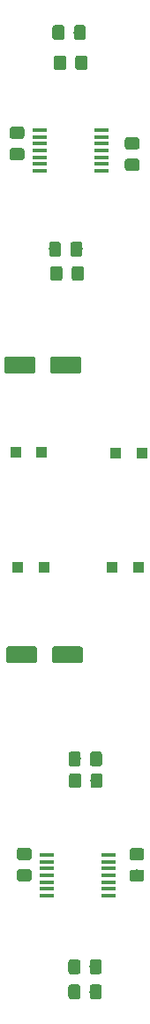
<source format=gbr>
G04 #@! TF.GenerationSoftware,KiCad,Pcbnew,(5.1.2-1)-1*
G04 #@! TF.CreationDate,2020-08-10T22:20:09-07:00*
G04 #@! TF.ProjectId,active_dual_mult,61637469-7665-45f6-9475-616c5f6d756c,rev?*
G04 #@! TF.SameCoordinates,Original*
G04 #@! TF.FileFunction,Paste,Top*
G04 #@! TF.FilePolarity,Positive*
%FSLAX46Y46*%
G04 Gerber Fmt 4.6, Leading zero omitted, Abs format (unit mm)*
G04 Created by KiCad (PCBNEW (5.1.2-1)-1) date 2020-08-10 22:20:09*
%MOMM*%
%LPD*%
G04 APERTURE LIST*
%ADD10C,0.100000*%
%ADD11C,1.150000*%
%ADD12R,1.000000X1.000000*%
%ADD13C,1.600000*%
%ADD14R,1.450000X0.450000*%
G04 APERTURE END LIST*
D10*
G36*
X160538305Y-101485404D02*
G01*
X160562573Y-101489004D01*
X160586372Y-101494965D01*
X160609471Y-101503230D01*
X160631650Y-101513720D01*
X160652693Y-101526332D01*
X160672399Y-101540947D01*
X160690577Y-101557423D01*
X160707053Y-101575601D01*
X160721668Y-101595307D01*
X160734280Y-101616350D01*
X160744770Y-101638529D01*
X160753035Y-101661628D01*
X160758996Y-101685427D01*
X160762596Y-101709695D01*
X160763800Y-101734199D01*
X160763800Y-102634201D01*
X160762596Y-102658705D01*
X160758996Y-102682973D01*
X160753035Y-102706772D01*
X160744770Y-102729871D01*
X160734280Y-102752050D01*
X160721668Y-102773093D01*
X160707053Y-102792799D01*
X160690577Y-102810977D01*
X160672399Y-102827453D01*
X160652693Y-102842068D01*
X160631650Y-102854680D01*
X160609471Y-102865170D01*
X160586372Y-102873435D01*
X160562573Y-102879396D01*
X160538305Y-102882996D01*
X160513801Y-102884200D01*
X159863799Y-102884200D01*
X159839295Y-102882996D01*
X159815027Y-102879396D01*
X159791228Y-102873435D01*
X159768129Y-102865170D01*
X159745950Y-102854680D01*
X159724907Y-102842068D01*
X159705201Y-102827453D01*
X159687023Y-102810977D01*
X159670547Y-102792799D01*
X159655932Y-102773093D01*
X159643320Y-102752050D01*
X159632830Y-102729871D01*
X159624565Y-102706772D01*
X159618604Y-102682973D01*
X159615004Y-102658705D01*
X159613800Y-102634201D01*
X159613800Y-101734199D01*
X159615004Y-101709695D01*
X159618604Y-101685427D01*
X159624565Y-101661628D01*
X159632830Y-101638529D01*
X159643320Y-101616350D01*
X159655932Y-101595307D01*
X159670547Y-101575601D01*
X159687023Y-101557423D01*
X159705201Y-101540947D01*
X159724907Y-101526332D01*
X159745950Y-101513720D01*
X159768129Y-101503230D01*
X159791228Y-101494965D01*
X159815027Y-101489004D01*
X159839295Y-101485404D01*
X159863799Y-101484200D01*
X160513801Y-101484200D01*
X160538305Y-101485404D01*
X160538305Y-101485404D01*
G37*
D11*
X160188800Y-102184200D03*
D10*
G36*
X162588305Y-101485404D02*
G01*
X162612573Y-101489004D01*
X162636372Y-101494965D01*
X162659471Y-101503230D01*
X162681650Y-101513720D01*
X162702693Y-101526332D01*
X162722399Y-101540947D01*
X162740577Y-101557423D01*
X162757053Y-101575601D01*
X162771668Y-101595307D01*
X162784280Y-101616350D01*
X162794770Y-101638529D01*
X162803035Y-101661628D01*
X162808996Y-101685427D01*
X162812596Y-101709695D01*
X162813800Y-101734199D01*
X162813800Y-102634201D01*
X162812596Y-102658705D01*
X162808996Y-102682973D01*
X162803035Y-102706772D01*
X162794770Y-102729871D01*
X162784280Y-102752050D01*
X162771668Y-102773093D01*
X162757053Y-102792799D01*
X162740577Y-102810977D01*
X162722399Y-102827453D01*
X162702693Y-102842068D01*
X162681650Y-102854680D01*
X162659471Y-102865170D01*
X162636372Y-102873435D01*
X162612573Y-102879396D01*
X162588305Y-102882996D01*
X162563801Y-102884200D01*
X161913799Y-102884200D01*
X161889295Y-102882996D01*
X161865027Y-102879396D01*
X161841228Y-102873435D01*
X161818129Y-102865170D01*
X161795950Y-102854680D01*
X161774907Y-102842068D01*
X161755201Y-102827453D01*
X161737023Y-102810977D01*
X161720547Y-102792799D01*
X161705932Y-102773093D01*
X161693320Y-102752050D01*
X161682830Y-102729871D01*
X161674565Y-102706772D01*
X161668604Y-102682973D01*
X161665004Y-102658705D01*
X161663800Y-102634201D01*
X161663800Y-101734199D01*
X161665004Y-101709695D01*
X161668604Y-101685427D01*
X161674565Y-101661628D01*
X161682830Y-101638529D01*
X161693320Y-101616350D01*
X161705932Y-101595307D01*
X161720547Y-101575601D01*
X161737023Y-101557423D01*
X161755201Y-101540947D01*
X161774907Y-101526332D01*
X161795950Y-101513720D01*
X161818129Y-101503230D01*
X161841228Y-101494965D01*
X161865027Y-101489004D01*
X161889295Y-101485404D01*
X161913799Y-101484200D01*
X162563801Y-101484200D01*
X162588305Y-101485404D01*
X162588305Y-101485404D01*
G37*
D11*
X162238800Y-102184200D03*
D12*
X154680600Y-81788000D03*
X157180600Y-81788000D03*
D10*
G36*
X155084305Y-41675404D02*
G01*
X155108573Y-41679004D01*
X155132372Y-41684965D01*
X155155471Y-41693230D01*
X155177650Y-41703720D01*
X155198693Y-41716332D01*
X155218399Y-41730947D01*
X155236577Y-41747423D01*
X155253053Y-41765601D01*
X155267668Y-41785307D01*
X155280280Y-41806350D01*
X155290770Y-41828529D01*
X155299035Y-41851628D01*
X155304996Y-41875427D01*
X155308596Y-41899695D01*
X155309800Y-41924199D01*
X155309800Y-42574201D01*
X155308596Y-42598705D01*
X155304996Y-42622973D01*
X155299035Y-42646772D01*
X155290770Y-42669871D01*
X155280280Y-42692050D01*
X155267668Y-42713093D01*
X155253053Y-42732799D01*
X155236577Y-42750977D01*
X155218399Y-42767453D01*
X155198693Y-42782068D01*
X155177650Y-42794680D01*
X155155471Y-42805170D01*
X155132372Y-42813435D01*
X155108573Y-42819396D01*
X155084305Y-42822996D01*
X155059801Y-42824200D01*
X154159799Y-42824200D01*
X154135295Y-42822996D01*
X154111027Y-42819396D01*
X154087228Y-42813435D01*
X154064129Y-42805170D01*
X154041950Y-42794680D01*
X154020907Y-42782068D01*
X154001201Y-42767453D01*
X153983023Y-42750977D01*
X153966547Y-42732799D01*
X153951932Y-42713093D01*
X153939320Y-42692050D01*
X153928830Y-42669871D01*
X153920565Y-42646772D01*
X153914604Y-42622973D01*
X153911004Y-42598705D01*
X153909800Y-42574201D01*
X153909800Y-41924199D01*
X153911004Y-41899695D01*
X153914604Y-41875427D01*
X153920565Y-41851628D01*
X153928830Y-41828529D01*
X153939320Y-41806350D01*
X153951932Y-41785307D01*
X153966547Y-41765601D01*
X153983023Y-41747423D01*
X154001201Y-41730947D01*
X154020907Y-41716332D01*
X154041950Y-41703720D01*
X154064129Y-41693230D01*
X154087228Y-41684965D01*
X154111027Y-41679004D01*
X154135295Y-41675404D01*
X154159799Y-41674200D01*
X155059801Y-41674200D01*
X155084305Y-41675404D01*
X155084305Y-41675404D01*
G37*
D11*
X154609800Y-42249200D03*
D10*
G36*
X155084305Y-39625404D02*
G01*
X155108573Y-39629004D01*
X155132372Y-39634965D01*
X155155471Y-39643230D01*
X155177650Y-39653720D01*
X155198693Y-39666332D01*
X155218399Y-39680947D01*
X155236577Y-39697423D01*
X155253053Y-39715601D01*
X155267668Y-39735307D01*
X155280280Y-39756350D01*
X155290770Y-39778529D01*
X155299035Y-39801628D01*
X155304996Y-39825427D01*
X155308596Y-39849695D01*
X155309800Y-39874199D01*
X155309800Y-40524201D01*
X155308596Y-40548705D01*
X155304996Y-40572973D01*
X155299035Y-40596772D01*
X155290770Y-40619871D01*
X155280280Y-40642050D01*
X155267668Y-40663093D01*
X155253053Y-40682799D01*
X155236577Y-40700977D01*
X155218399Y-40717453D01*
X155198693Y-40732068D01*
X155177650Y-40744680D01*
X155155471Y-40755170D01*
X155132372Y-40763435D01*
X155108573Y-40769396D01*
X155084305Y-40772996D01*
X155059801Y-40774200D01*
X154159799Y-40774200D01*
X154135295Y-40772996D01*
X154111027Y-40769396D01*
X154087228Y-40763435D01*
X154064129Y-40755170D01*
X154041950Y-40744680D01*
X154020907Y-40732068D01*
X154001201Y-40717453D01*
X153983023Y-40700977D01*
X153966547Y-40682799D01*
X153951932Y-40663093D01*
X153939320Y-40642050D01*
X153928830Y-40619871D01*
X153920565Y-40596772D01*
X153914604Y-40572973D01*
X153911004Y-40548705D01*
X153909800Y-40524201D01*
X153909800Y-39874199D01*
X153911004Y-39849695D01*
X153914604Y-39825427D01*
X153920565Y-39801628D01*
X153928830Y-39778529D01*
X153939320Y-39756350D01*
X153951932Y-39735307D01*
X153966547Y-39715601D01*
X153983023Y-39697423D01*
X154001201Y-39680947D01*
X154020907Y-39666332D01*
X154041950Y-39653720D01*
X154064129Y-39643230D01*
X154087228Y-39634965D01*
X154111027Y-39629004D01*
X154135295Y-39625404D01*
X154159799Y-39624200D01*
X155059801Y-39624200D01*
X155084305Y-39625404D01*
X155084305Y-39625404D01*
G37*
D11*
X154609800Y-40199200D03*
D12*
X156977400Y-70789800D03*
X154477400Y-70789800D03*
D10*
G36*
X156148104Y-61609004D02*
G01*
X156172373Y-61612604D01*
X156196171Y-61618565D01*
X156219271Y-61626830D01*
X156241449Y-61637320D01*
X156262493Y-61649933D01*
X156282198Y-61664547D01*
X156300377Y-61681023D01*
X156316853Y-61699202D01*
X156331467Y-61718907D01*
X156344080Y-61739951D01*
X156354570Y-61762129D01*
X156362835Y-61785229D01*
X156368796Y-61809027D01*
X156372396Y-61833296D01*
X156373600Y-61857800D01*
X156373600Y-62957800D01*
X156372396Y-62982304D01*
X156368796Y-63006573D01*
X156362835Y-63030371D01*
X156354570Y-63053471D01*
X156344080Y-63075649D01*
X156331467Y-63096693D01*
X156316853Y-63116398D01*
X156300377Y-63134577D01*
X156282198Y-63151053D01*
X156262493Y-63165667D01*
X156241449Y-63178280D01*
X156219271Y-63188770D01*
X156196171Y-63197035D01*
X156172373Y-63202996D01*
X156148104Y-63206596D01*
X156123600Y-63207800D01*
X153623600Y-63207800D01*
X153599096Y-63206596D01*
X153574827Y-63202996D01*
X153551029Y-63197035D01*
X153527929Y-63188770D01*
X153505751Y-63178280D01*
X153484707Y-63165667D01*
X153465002Y-63151053D01*
X153446823Y-63134577D01*
X153430347Y-63116398D01*
X153415733Y-63096693D01*
X153403120Y-63075649D01*
X153392630Y-63053471D01*
X153384365Y-63030371D01*
X153378404Y-63006573D01*
X153374804Y-62982304D01*
X153373600Y-62957800D01*
X153373600Y-61857800D01*
X153374804Y-61833296D01*
X153378404Y-61809027D01*
X153384365Y-61785229D01*
X153392630Y-61762129D01*
X153403120Y-61739951D01*
X153415733Y-61718907D01*
X153430347Y-61699202D01*
X153446823Y-61681023D01*
X153465002Y-61664547D01*
X153484707Y-61649933D01*
X153505751Y-61637320D01*
X153527929Y-61626830D01*
X153551029Y-61618565D01*
X153574827Y-61612604D01*
X153599096Y-61609004D01*
X153623600Y-61607800D01*
X156123600Y-61607800D01*
X156148104Y-61609004D01*
X156148104Y-61609004D01*
G37*
D13*
X154873600Y-62407800D03*
D10*
G36*
X160548104Y-61609004D02*
G01*
X160572373Y-61612604D01*
X160596171Y-61618565D01*
X160619271Y-61626830D01*
X160641449Y-61637320D01*
X160662493Y-61649933D01*
X160682198Y-61664547D01*
X160700377Y-61681023D01*
X160716853Y-61699202D01*
X160731467Y-61718907D01*
X160744080Y-61739951D01*
X160754570Y-61762129D01*
X160762835Y-61785229D01*
X160768796Y-61809027D01*
X160772396Y-61833296D01*
X160773600Y-61857800D01*
X160773600Y-62957800D01*
X160772396Y-62982304D01*
X160768796Y-63006573D01*
X160762835Y-63030371D01*
X160754570Y-63053471D01*
X160744080Y-63075649D01*
X160731467Y-63096693D01*
X160716853Y-63116398D01*
X160700377Y-63134577D01*
X160682198Y-63151053D01*
X160662493Y-63165667D01*
X160641449Y-63178280D01*
X160619271Y-63188770D01*
X160596171Y-63197035D01*
X160572373Y-63202996D01*
X160548104Y-63206596D01*
X160523600Y-63207800D01*
X158023600Y-63207800D01*
X157999096Y-63206596D01*
X157974827Y-63202996D01*
X157951029Y-63197035D01*
X157927929Y-63188770D01*
X157905751Y-63178280D01*
X157884707Y-63165667D01*
X157865002Y-63151053D01*
X157846823Y-63134577D01*
X157830347Y-63116398D01*
X157815733Y-63096693D01*
X157803120Y-63075649D01*
X157792630Y-63053471D01*
X157784365Y-63030371D01*
X157778404Y-63006573D01*
X157774804Y-62982304D01*
X157773600Y-62957800D01*
X157773600Y-61857800D01*
X157774804Y-61833296D01*
X157778404Y-61809027D01*
X157784365Y-61785229D01*
X157792630Y-61762129D01*
X157803120Y-61739951D01*
X157815733Y-61718907D01*
X157830347Y-61699202D01*
X157846823Y-61681023D01*
X157865002Y-61664547D01*
X157884707Y-61649933D01*
X157905751Y-61637320D01*
X157927929Y-61626830D01*
X157951029Y-61618565D01*
X157974827Y-61612604D01*
X157999096Y-61609004D01*
X158023600Y-61607800D01*
X160523600Y-61607800D01*
X160548104Y-61609004D01*
X160548104Y-61609004D01*
G37*
D13*
X159273600Y-62407800D03*
D10*
G36*
X156325904Y-89345804D02*
G01*
X156350173Y-89349404D01*
X156373971Y-89355365D01*
X156397071Y-89363630D01*
X156419249Y-89374120D01*
X156440293Y-89386733D01*
X156459998Y-89401347D01*
X156478177Y-89417823D01*
X156494653Y-89436002D01*
X156509267Y-89455707D01*
X156521880Y-89476751D01*
X156532370Y-89498929D01*
X156540635Y-89522029D01*
X156546596Y-89545827D01*
X156550196Y-89570096D01*
X156551400Y-89594600D01*
X156551400Y-90694600D01*
X156550196Y-90719104D01*
X156546596Y-90743373D01*
X156540635Y-90767171D01*
X156532370Y-90790271D01*
X156521880Y-90812449D01*
X156509267Y-90833493D01*
X156494653Y-90853198D01*
X156478177Y-90871377D01*
X156459998Y-90887853D01*
X156440293Y-90902467D01*
X156419249Y-90915080D01*
X156397071Y-90925570D01*
X156373971Y-90933835D01*
X156350173Y-90939796D01*
X156325904Y-90943396D01*
X156301400Y-90944600D01*
X153801400Y-90944600D01*
X153776896Y-90943396D01*
X153752627Y-90939796D01*
X153728829Y-90933835D01*
X153705729Y-90925570D01*
X153683551Y-90915080D01*
X153662507Y-90902467D01*
X153642802Y-90887853D01*
X153624623Y-90871377D01*
X153608147Y-90853198D01*
X153593533Y-90833493D01*
X153580920Y-90812449D01*
X153570430Y-90790271D01*
X153562165Y-90767171D01*
X153556204Y-90743373D01*
X153552604Y-90719104D01*
X153551400Y-90694600D01*
X153551400Y-89594600D01*
X153552604Y-89570096D01*
X153556204Y-89545827D01*
X153562165Y-89522029D01*
X153570430Y-89498929D01*
X153580920Y-89476751D01*
X153593533Y-89455707D01*
X153608147Y-89436002D01*
X153624623Y-89417823D01*
X153642802Y-89401347D01*
X153662507Y-89386733D01*
X153683551Y-89374120D01*
X153705729Y-89363630D01*
X153728829Y-89355365D01*
X153752627Y-89349404D01*
X153776896Y-89345804D01*
X153801400Y-89344600D01*
X156301400Y-89344600D01*
X156325904Y-89345804D01*
X156325904Y-89345804D01*
G37*
D13*
X155051400Y-90144600D03*
D10*
G36*
X160725904Y-89345804D02*
G01*
X160750173Y-89349404D01*
X160773971Y-89355365D01*
X160797071Y-89363630D01*
X160819249Y-89374120D01*
X160840293Y-89386733D01*
X160859998Y-89401347D01*
X160878177Y-89417823D01*
X160894653Y-89436002D01*
X160909267Y-89455707D01*
X160921880Y-89476751D01*
X160932370Y-89498929D01*
X160940635Y-89522029D01*
X160946596Y-89545827D01*
X160950196Y-89570096D01*
X160951400Y-89594600D01*
X160951400Y-90694600D01*
X160950196Y-90719104D01*
X160946596Y-90743373D01*
X160940635Y-90767171D01*
X160932370Y-90790271D01*
X160921880Y-90812449D01*
X160909267Y-90833493D01*
X160894653Y-90853198D01*
X160878177Y-90871377D01*
X160859998Y-90887853D01*
X160840293Y-90902467D01*
X160819249Y-90915080D01*
X160797071Y-90925570D01*
X160773971Y-90933835D01*
X160750173Y-90939796D01*
X160725904Y-90943396D01*
X160701400Y-90944600D01*
X158201400Y-90944600D01*
X158176896Y-90943396D01*
X158152627Y-90939796D01*
X158128829Y-90933835D01*
X158105729Y-90925570D01*
X158083551Y-90915080D01*
X158062507Y-90902467D01*
X158042802Y-90887853D01*
X158024623Y-90871377D01*
X158008147Y-90853198D01*
X157993533Y-90833493D01*
X157980920Y-90812449D01*
X157970430Y-90790271D01*
X157962165Y-90767171D01*
X157956204Y-90743373D01*
X157952604Y-90719104D01*
X157951400Y-90694600D01*
X157951400Y-89594600D01*
X157952604Y-89570096D01*
X157956204Y-89545827D01*
X157962165Y-89522029D01*
X157970430Y-89498929D01*
X157980920Y-89476751D01*
X157993533Y-89455707D01*
X158008147Y-89436002D01*
X158024623Y-89417823D01*
X158042802Y-89401347D01*
X158062507Y-89386733D01*
X158083551Y-89374120D01*
X158105729Y-89363630D01*
X158128829Y-89355365D01*
X158152627Y-89349404D01*
X158176896Y-89345804D01*
X158201400Y-89344600D01*
X160701400Y-89344600D01*
X160725904Y-89345804D01*
X160725904Y-89345804D01*
G37*
D13*
X159451400Y-90144600D03*
D10*
G36*
X166133305Y-40641404D02*
G01*
X166157573Y-40645004D01*
X166181372Y-40650965D01*
X166204471Y-40659230D01*
X166226650Y-40669720D01*
X166247693Y-40682332D01*
X166267399Y-40696947D01*
X166285577Y-40713423D01*
X166302053Y-40731601D01*
X166316668Y-40751307D01*
X166329280Y-40772350D01*
X166339770Y-40794529D01*
X166348035Y-40817628D01*
X166353996Y-40841427D01*
X166357596Y-40865695D01*
X166358800Y-40890199D01*
X166358800Y-41540201D01*
X166357596Y-41564705D01*
X166353996Y-41588973D01*
X166348035Y-41612772D01*
X166339770Y-41635871D01*
X166329280Y-41658050D01*
X166316668Y-41679093D01*
X166302053Y-41698799D01*
X166285577Y-41716977D01*
X166267399Y-41733453D01*
X166247693Y-41748068D01*
X166226650Y-41760680D01*
X166204471Y-41771170D01*
X166181372Y-41779435D01*
X166157573Y-41785396D01*
X166133305Y-41788996D01*
X166108801Y-41790200D01*
X165208799Y-41790200D01*
X165184295Y-41788996D01*
X165160027Y-41785396D01*
X165136228Y-41779435D01*
X165113129Y-41771170D01*
X165090950Y-41760680D01*
X165069907Y-41748068D01*
X165050201Y-41733453D01*
X165032023Y-41716977D01*
X165015547Y-41698799D01*
X165000932Y-41679093D01*
X164988320Y-41658050D01*
X164977830Y-41635871D01*
X164969565Y-41612772D01*
X164963604Y-41588973D01*
X164960004Y-41564705D01*
X164958800Y-41540201D01*
X164958800Y-40890199D01*
X164960004Y-40865695D01*
X164963604Y-40841427D01*
X164969565Y-40817628D01*
X164977830Y-40794529D01*
X164988320Y-40772350D01*
X165000932Y-40751307D01*
X165015547Y-40731601D01*
X165032023Y-40713423D01*
X165050201Y-40696947D01*
X165069907Y-40682332D01*
X165090950Y-40669720D01*
X165113129Y-40659230D01*
X165136228Y-40650965D01*
X165160027Y-40645004D01*
X165184295Y-40641404D01*
X165208799Y-40640200D01*
X166108801Y-40640200D01*
X166133305Y-40641404D01*
X166133305Y-40641404D01*
G37*
D11*
X165658800Y-41215200D03*
D10*
G36*
X166133305Y-42691404D02*
G01*
X166157573Y-42695004D01*
X166181372Y-42700965D01*
X166204471Y-42709230D01*
X166226650Y-42719720D01*
X166247693Y-42732332D01*
X166267399Y-42746947D01*
X166285577Y-42763423D01*
X166302053Y-42781601D01*
X166316668Y-42801307D01*
X166329280Y-42822350D01*
X166339770Y-42844529D01*
X166348035Y-42867628D01*
X166353996Y-42891427D01*
X166357596Y-42915695D01*
X166358800Y-42940199D01*
X166358800Y-43590201D01*
X166357596Y-43614705D01*
X166353996Y-43638973D01*
X166348035Y-43662772D01*
X166339770Y-43685871D01*
X166329280Y-43708050D01*
X166316668Y-43729093D01*
X166302053Y-43748799D01*
X166285577Y-43766977D01*
X166267399Y-43783453D01*
X166247693Y-43798068D01*
X166226650Y-43810680D01*
X166204471Y-43821170D01*
X166181372Y-43829435D01*
X166157573Y-43835396D01*
X166133305Y-43838996D01*
X166108801Y-43840200D01*
X165208799Y-43840200D01*
X165184295Y-43838996D01*
X165160027Y-43835396D01*
X165136228Y-43829435D01*
X165113129Y-43821170D01*
X165090950Y-43810680D01*
X165069907Y-43798068D01*
X165050201Y-43783453D01*
X165032023Y-43766977D01*
X165015547Y-43748799D01*
X165000932Y-43729093D01*
X164988320Y-43708050D01*
X164977830Y-43685871D01*
X164969565Y-43662772D01*
X164963604Y-43638973D01*
X164960004Y-43614705D01*
X164958800Y-43590201D01*
X164958800Y-42940199D01*
X164960004Y-42915695D01*
X164963604Y-42891427D01*
X164969565Y-42867628D01*
X164977830Y-42844529D01*
X164988320Y-42822350D01*
X165000932Y-42801307D01*
X165015547Y-42781601D01*
X165032023Y-42763423D01*
X165050201Y-42746947D01*
X165069907Y-42732332D01*
X165090950Y-42719720D01*
X165113129Y-42709230D01*
X165136228Y-42700965D01*
X165160027Y-42695004D01*
X165184295Y-42691404D01*
X165208799Y-42690200D01*
X166108801Y-42690200D01*
X166133305Y-42691404D01*
X166133305Y-42691404D01*
G37*
D11*
X165658800Y-43265200D03*
D10*
G36*
X166590505Y-110687204D02*
G01*
X166614773Y-110690804D01*
X166638572Y-110696765D01*
X166661671Y-110705030D01*
X166683850Y-110715520D01*
X166704893Y-110728132D01*
X166724599Y-110742747D01*
X166742777Y-110759223D01*
X166759253Y-110777401D01*
X166773868Y-110797107D01*
X166786480Y-110818150D01*
X166796970Y-110840329D01*
X166805235Y-110863428D01*
X166811196Y-110887227D01*
X166814796Y-110911495D01*
X166816000Y-110935999D01*
X166816000Y-111586001D01*
X166814796Y-111610505D01*
X166811196Y-111634773D01*
X166805235Y-111658572D01*
X166796970Y-111681671D01*
X166786480Y-111703850D01*
X166773868Y-111724893D01*
X166759253Y-111744599D01*
X166742777Y-111762777D01*
X166724599Y-111779253D01*
X166704893Y-111793868D01*
X166683850Y-111806480D01*
X166661671Y-111816970D01*
X166638572Y-111825235D01*
X166614773Y-111831196D01*
X166590505Y-111834796D01*
X166566001Y-111836000D01*
X165665999Y-111836000D01*
X165641495Y-111834796D01*
X165617227Y-111831196D01*
X165593428Y-111825235D01*
X165570329Y-111816970D01*
X165548150Y-111806480D01*
X165527107Y-111793868D01*
X165507401Y-111779253D01*
X165489223Y-111762777D01*
X165472747Y-111744599D01*
X165458132Y-111724893D01*
X165445520Y-111703850D01*
X165435030Y-111681671D01*
X165426765Y-111658572D01*
X165420804Y-111634773D01*
X165417204Y-111610505D01*
X165416000Y-111586001D01*
X165416000Y-110935999D01*
X165417204Y-110911495D01*
X165420804Y-110887227D01*
X165426765Y-110863428D01*
X165435030Y-110840329D01*
X165445520Y-110818150D01*
X165458132Y-110797107D01*
X165472747Y-110777401D01*
X165489223Y-110759223D01*
X165507401Y-110742747D01*
X165527107Y-110728132D01*
X165548150Y-110715520D01*
X165570329Y-110705030D01*
X165593428Y-110696765D01*
X165617227Y-110690804D01*
X165641495Y-110687204D01*
X165665999Y-110686000D01*
X166566001Y-110686000D01*
X166590505Y-110687204D01*
X166590505Y-110687204D01*
G37*
D11*
X166116000Y-111261000D03*
D10*
G36*
X166590505Y-108637204D02*
G01*
X166614773Y-108640804D01*
X166638572Y-108646765D01*
X166661671Y-108655030D01*
X166683850Y-108665520D01*
X166704893Y-108678132D01*
X166724599Y-108692747D01*
X166742777Y-108709223D01*
X166759253Y-108727401D01*
X166773868Y-108747107D01*
X166786480Y-108768150D01*
X166796970Y-108790329D01*
X166805235Y-108813428D01*
X166811196Y-108837227D01*
X166814796Y-108861495D01*
X166816000Y-108885999D01*
X166816000Y-109536001D01*
X166814796Y-109560505D01*
X166811196Y-109584773D01*
X166805235Y-109608572D01*
X166796970Y-109631671D01*
X166786480Y-109653850D01*
X166773868Y-109674893D01*
X166759253Y-109694599D01*
X166742777Y-109712777D01*
X166724599Y-109729253D01*
X166704893Y-109743868D01*
X166683850Y-109756480D01*
X166661671Y-109766970D01*
X166638572Y-109775235D01*
X166614773Y-109781196D01*
X166590505Y-109784796D01*
X166566001Y-109786000D01*
X165665999Y-109786000D01*
X165641495Y-109784796D01*
X165617227Y-109781196D01*
X165593428Y-109775235D01*
X165570329Y-109766970D01*
X165548150Y-109756480D01*
X165527107Y-109743868D01*
X165507401Y-109729253D01*
X165489223Y-109712777D01*
X165472747Y-109694599D01*
X165458132Y-109674893D01*
X165445520Y-109653850D01*
X165435030Y-109631671D01*
X165426765Y-109608572D01*
X165420804Y-109584773D01*
X165417204Y-109560505D01*
X165416000Y-109536001D01*
X165416000Y-108885999D01*
X165417204Y-108861495D01*
X165420804Y-108837227D01*
X165426765Y-108813428D01*
X165435030Y-108790329D01*
X165445520Y-108768150D01*
X165458132Y-108747107D01*
X165472747Y-108727401D01*
X165489223Y-108709223D01*
X165507401Y-108692747D01*
X165527107Y-108678132D01*
X165548150Y-108665520D01*
X165570329Y-108655030D01*
X165593428Y-108646765D01*
X165617227Y-108640804D01*
X165641495Y-108637204D01*
X165665999Y-108636000D01*
X166566001Y-108636000D01*
X166590505Y-108637204D01*
X166590505Y-108637204D01*
G37*
D11*
X166116000Y-109211000D03*
D10*
G36*
X155770105Y-108611804D02*
G01*
X155794373Y-108615404D01*
X155818172Y-108621365D01*
X155841271Y-108629630D01*
X155863450Y-108640120D01*
X155884493Y-108652732D01*
X155904199Y-108667347D01*
X155922377Y-108683823D01*
X155938853Y-108702001D01*
X155953468Y-108721707D01*
X155966080Y-108742750D01*
X155976570Y-108764929D01*
X155984835Y-108788028D01*
X155990796Y-108811827D01*
X155994396Y-108836095D01*
X155995600Y-108860599D01*
X155995600Y-109510601D01*
X155994396Y-109535105D01*
X155990796Y-109559373D01*
X155984835Y-109583172D01*
X155976570Y-109606271D01*
X155966080Y-109628450D01*
X155953468Y-109649493D01*
X155938853Y-109669199D01*
X155922377Y-109687377D01*
X155904199Y-109703853D01*
X155884493Y-109718468D01*
X155863450Y-109731080D01*
X155841271Y-109741570D01*
X155818172Y-109749835D01*
X155794373Y-109755796D01*
X155770105Y-109759396D01*
X155745601Y-109760600D01*
X154845599Y-109760600D01*
X154821095Y-109759396D01*
X154796827Y-109755796D01*
X154773028Y-109749835D01*
X154749929Y-109741570D01*
X154727750Y-109731080D01*
X154706707Y-109718468D01*
X154687001Y-109703853D01*
X154668823Y-109687377D01*
X154652347Y-109669199D01*
X154637732Y-109649493D01*
X154625120Y-109628450D01*
X154614630Y-109606271D01*
X154606365Y-109583172D01*
X154600404Y-109559373D01*
X154596804Y-109535105D01*
X154595600Y-109510601D01*
X154595600Y-108860599D01*
X154596804Y-108836095D01*
X154600404Y-108811827D01*
X154606365Y-108788028D01*
X154614630Y-108764929D01*
X154625120Y-108742750D01*
X154637732Y-108721707D01*
X154652347Y-108702001D01*
X154668823Y-108683823D01*
X154687001Y-108667347D01*
X154706707Y-108652732D01*
X154727750Y-108640120D01*
X154749929Y-108629630D01*
X154773028Y-108621365D01*
X154796827Y-108615404D01*
X154821095Y-108611804D01*
X154845599Y-108610600D01*
X155745601Y-108610600D01*
X155770105Y-108611804D01*
X155770105Y-108611804D01*
G37*
D11*
X155295600Y-109185600D03*
D10*
G36*
X155770105Y-110661804D02*
G01*
X155794373Y-110665404D01*
X155818172Y-110671365D01*
X155841271Y-110679630D01*
X155863450Y-110690120D01*
X155884493Y-110702732D01*
X155904199Y-110717347D01*
X155922377Y-110733823D01*
X155938853Y-110752001D01*
X155953468Y-110771707D01*
X155966080Y-110792750D01*
X155976570Y-110814929D01*
X155984835Y-110838028D01*
X155990796Y-110861827D01*
X155994396Y-110886095D01*
X155995600Y-110910599D01*
X155995600Y-111560601D01*
X155994396Y-111585105D01*
X155990796Y-111609373D01*
X155984835Y-111633172D01*
X155976570Y-111656271D01*
X155966080Y-111678450D01*
X155953468Y-111699493D01*
X155938853Y-111719199D01*
X155922377Y-111737377D01*
X155904199Y-111753853D01*
X155884493Y-111768468D01*
X155863450Y-111781080D01*
X155841271Y-111791570D01*
X155818172Y-111799835D01*
X155794373Y-111805796D01*
X155770105Y-111809396D01*
X155745601Y-111810600D01*
X154845599Y-111810600D01*
X154821095Y-111809396D01*
X154796827Y-111805796D01*
X154773028Y-111799835D01*
X154749929Y-111791570D01*
X154727750Y-111781080D01*
X154706707Y-111768468D01*
X154687001Y-111753853D01*
X154668823Y-111737377D01*
X154652347Y-111719199D01*
X154637732Y-111699493D01*
X154625120Y-111678450D01*
X154614630Y-111656271D01*
X154606365Y-111633172D01*
X154600404Y-111609373D01*
X154596804Y-111585105D01*
X154595600Y-111560601D01*
X154595600Y-110910599D01*
X154596804Y-110886095D01*
X154600404Y-110861827D01*
X154606365Y-110838028D01*
X154614630Y-110814929D01*
X154625120Y-110792750D01*
X154637732Y-110771707D01*
X154652347Y-110752001D01*
X154668823Y-110733823D01*
X154687001Y-110717347D01*
X154706707Y-110702732D01*
X154727750Y-110690120D01*
X154749929Y-110679630D01*
X154773028Y-110671365D01*
X154796827Y-110665404D01*
X154821095Y-110661804D01*
X154845599Y-110660600D01*
X155745601Y-110660600D01*
X155770105Y-110661804D01*
X155770105Y-110661804D01*
G37*
D11*
X155295600Y-111235600D03*
D10*
G36*
X160784905Y-52946004D02*
G01*
X160809173Y-52949604D01*
X160832972Y-52955565D01*
X160856071Y-52963830D01*
X160878250Y-52974320D01*
X160899293Y-52986932D01*
X160918999Y-53001547D01*
X160937177Y-53018023D01*
X160953653Y-53036201D01*
X160968268Y-53055907D01*
X160980880Y-53076950D01*
X160991370Y-53099129D01*
X160999635Y-53122228D01*
X161005596Y-53146027D01*
X161009196Y-53170295D01*
X161010400Y-53194799D01*
X161010400Y-54094801D01*
X161009196Y-54119305D01*
X161005596Y-54143573D01*
X160999635Y-54167372D01*
X160991370Y-54190471D01*
X160980880Y-54212650D01*
X160968268Y-54233693D01*
X160953653Y-54253399D01*
X160937177Y-54271577D01*
X160918999Y-54288053D01*
X160899293Y-54302668D01*
X160878250Y-54315280D01*
X160856071Y-54325770D01*
X160832972Y-54334035D01*
X160809173Y-54339996D01*
X160784905Y-54343596D01*
X160760401Y-54344800D01*
X160110399Y-54344800D01*
X160085895Y-54343596D01*
X160061627Y-54339996D01*
X160037828Y-54334035D01*
X160014729Y-54325770D01*
X159992550Y-54315280D01*
X159971507Y-54302668D01*
X159951801Y-54288053D01*
X159933623Y-54271577D01*
X159917147Y-54253399D01*
X159902532Y-54233693D01*
X159889920Y-54212650D01*
X159879430Y-54190471D01*
X159871165Y-54167372D01*
X159865204Y-54143573D01*
X159861604Y-54119305D01*
X159860400Y-54094801D01*
X159860400Y-53194799D01*
X159861604Y-53170295D01*
X159865204Y-53146027D01*
X159871165Y-53122228D01*
X159879430Y-53099129D01*
X159889920Y-53076950D01*
X159902532Y-53055907D01*
X159917147Y-53036201D01*
X159933623Y-53018023D01*
X159951801Y-53001547D01*
X159971507Y-52986932D01*
X159992550Y-52974320D01*
X160014729Y-52963830D01*
X160037828Y-52955565D01*
X160061627Y-52949604D01*
X160085895Y-52946004D01*
X160110399Y-52944800D01*
X160760401Y-52944800D01*
X160784905Y-52946004D01*
X160784905Y-52946004D01*
G37*
D11*
X160435400Y-53644800D03*
D10*
G36*
X158734905Y-52946004D02*
G01*
X158759173Y-52949604D01*
X158782972Y-52955565D01*
X158806071Y-52963830D01*
X158828250Y-52974320D01*
X158849293Y-52986932D01*
X158868999Y-53001547D01*
X158887177Y-53018023D01*
X158903653Y-53036201D01*
X158918268Y-53055907D01*
X158930880Y-53076950D01*
X158941370Y-53099129D01*
X158949635Y-53122228D01*
X158955596Y-53146027D01*
X158959196Y-53170295D01*
X158960400Y-53194799D01*
X158960400Y-54094801D01*
X158959196Y-54119305D01*
X158955596Y-54143573D01*
X158949635Y-54167372D01*
X158941370Y-54190471D01*
X158930880Y-54212650D01*
X158918268Y-54233693D01*
X158903653Y-54253399D01*
X158887177Y-54271577D01*
X158868999Y-54288053D01*
X158849293Y-54302668D01*
X158828250Y-54315280D01*
X158806071Y-54325770D01*
X158782972Y-54334035D01*
X158759173Y-54339996D01*
X158734905Y-54343596D01*
X158710401Y-54344800D01*
X158060399Y-54344800D01*
X158035895Y-54343596D01*
X158011627Y-54339996D01*
X157987828Y-54334035D01*
X157964729Y-54325770D01*
X157942550Y-54315280D01*
X157921507Y-54302668D01*
X157901801Y-54288053D01*
X157883623Y-54271577D01*
X157867147Y-54253399D01*
X157852532Y-54233693D01*
X157839920Y-54212650D01*
X157829430Y-54190471D01*
X157821165Y-54167372D01*
X157815204Y-54143573D01*
X157811604Y-54119305D01*
X157810400Y-54094801D01*
X157810400Y-53194799D01*
X157811604Y-53170295D01*
X157815204Y-53146027D01*
X157821165Y-53122228D01*
X157829430Y-53099129D01*
X157839920Y-53076950D01*
X157852532Y-53055907D01*
X157867147Y-53036201D01*
X157883623Y-53018023D01*
X157901801Y-53001547D01*
X157921507Y-52986932D01*
X157942550Y-52974320D01*
X157964729Y-52963830D01*
X157987828Y-52955565D01*
X158011627Y-52949604D01*
X158035895Y-52946004D01*
X158060399Y-52944800D01*
X158710401Y-52944800D01*
X158734905Y-52946004D01*
X158734905Y-52946004D01*
G37*
D11*
X158385400Y-53644800D03*
D10*
G36*
X158607905Y-50634604D02*
G01*
X158632173Y-50638204D01*
X158655972Y-50644165D01*
X158679071Y-50652430D01*
X158701250Y-50662920D01*
X158722293Y-50675532D01*
X158741999Y-50690147D01*
X158760177Y-50706623D01*
X158776653Y-50724801D01*
X158791268Y-50744507D01*
X158803880Y-50765550D01*
X158814370Y-50787729D01*
X158822635Y-50810828D01*
X158828596Y-50834627D01*
X158832196Y-50858895D01*
X158833400Y-50883399D01*
X158833400Y-51783401D01*
X158832196Y-51807905D01*
X158828596Y-51832173D01*
X158822635Y-51855972D01*
X158814370Y-51879071D01*
X158803880Y-51901250D01*
X158791268Y-51922293D01*
X158776653Y-51941999D01*
X158760177Y-51960177D01*
X158741999Y-51976653D01*
X158722293Y-51991268D01*
X158701250Y-52003880D01*
X158679071Y-52014370D01*
X158655972Y-52022635D01*
X158632173Y-52028596D01*
X158607905Y-52032196D01*
X158583401Y-52033400D01*
X157933399Y-52033400D01*
X157908895Y-52032196D01*
X157884627Y-52028596D01*
X157860828Y-52022635D01*
X157837729Y-52014370D01*
X157815550Y-52003880D01*
X157794507Y-51991268D01*
X157774801Y-51976653D01*
X157756623Y-51960177D01*
X157740147Y-51941999D01*
X157725532Y-51922293D01*
X157712920Y-51901250D01*
X157702430Y-51879071D01*
X157694165Y-51855972D01*
X157688204Y-51832173D01*
X157684604Y-51807905D01*
X157683400Y-51783401D01*
X157683400Y-50883399D01*
X157684604Y-50858895D01*
X157688204Y-50834627D01*
X157694165Y-50810828D01*
X157702430Y-50787729D01*
X157712920Y-50765550D01*
X157725532Y-50744507D01*
X157740147Y-50724801D01*
X157756623Y-50706623D01*
X157774801Y-50690147D01*
X157794507Y-50675532D01*
X157815550Y-50662920D01*
X157837729Y-50652430D01*
X157860828Y-50644165D01*
X157884627Y-50638204D01*
X157908895Y-50634604D01*
X157933399Y-50633400D01*
X158583401Y-50633400D01*
X158607905Y-50634604D01*
X158607905Y-50634604D01*
G37*
D11*
X158258400Y-51333400D03*
D10*
G36*
X160657905Y-50634604D02*
G01*
X160682173Y-50638204D01*
X160705972Y-50644165D01*
X160729071Y-50652430D01*
X160751250Y-50662920D01*
X160772293Y-50675532D01*
X160791999Y-50690147D01*
X160810177Y-50706623D01*
X160826653Y-50724801D01*
X160841268Y-50744507D01*
X160853880Y-50765550D01*
X160864370Y-50787729D01*
X160872635Y-50810828D01*
X160878596Y-50834627D01*
X160882196Y-50858895D01*
X160883400Y-50883399D01*
X160883400Y-51783401D01*
X160882196Y-51807905D01*
X160878596Y-51832173D01*
X160872635Y-51855972D01*
X160864370Y-51879071D01*
X160853880Y-51901250D01*
X160841268Y-51922293D01*
X160826653Y-51941999D01*
X160810177Y-51960177D01*
X160791999Y-51976653D01*
X160772293Y-51991268D01*
X160751250Y-52003880D01*
X160729071Y-52014370D01*
X160705972Y-52022635D01*
X160682173Y-52028596D01*
X160657905Y-52032196D01*
X160633401Y-52033400D01*
X159983399Y-52033400D01*
X159958895Y-52032196D01*
X159934627Y-52028596D01*
X159910828Y-52022635D01*
X159887729Y-52014370D01*
X159865550Y-52003880D01*
X159844507Y-51991268D01*
X159824801Y-51976653D01*
X159806623Y-51960177D01*
X159790147Y-51941999D01*
X159775532Y-51922293D01*
X159762920Y-51901250D01*
X159752430Y-51879071D01*
X159744165Y-51855972D01*
X159738204Y-51832173D01*
X159734604Y-51807905D01*
X159733400Y-51783401D01*
X159733400Y-50883399D01*
X159734604Y-50858895D01*
X159738204Y-50834627D01*
X159744165Y-50810828D01*
X159752430Y-50787729D01*
X159762920Y-50765550D01*
X159775532Y-50744507D01*
X159790147Y-50724801D01*
X159806623Y-50706623D01*
X159824801Y-50690147D01*
X159844507Y-50675532D01*
X159865550Y-50662920D01*
X159887729Y-50652430D01*
X159910828Y-50644165D01*
X159934627Y-50638204D01*
X159958895Y-50634604D01*
X159983399Y-50633400D01*
X160633401Y-50633400D01*
X160657905Y-50634604D01*
X160657905Y-50634604D01*
G37*
D11*
X160308400Y-51333400D03*
D10*
G36*
X161140505Y-32803804D02*
G01*
X161164773Y-32807404D01*
X161188572Y-32813365D01*
X161211671Y-32821630D01*
X161233850Y-32832120D01*
X161254893Y-32844732D01*
X161274599Y-32859347D01*
X161292777Y-32875823D01*
X161309253Y-32894001D01*
X161323868Y-32913707D01*
X161336480Y-32934750D01*
X161346970Y-32956929D01*
X161355235Y-32980028D01*
X161361196Y-33003827D01*
X161364796Y-33028095D01*
X161366000Y-33052599D01*
X161366000Y-33952601D01*
X161364796Y-33977105D01*
X161361196Y-34001373D01*
X161355235Y-34025172D01*
X161346970Y-34048271D01*
X161336480Y-34070450D01*
X161323868Y-34091493D01*
X161309253Y-34111199D01*
X161292777Y-34129377D01*
X161274599Y-34145853D01*
X161254893Y-34160468D01*
X161233850Y-34173080D01*
X161211671Y-34183570D01*
X161188572Y-34191835D01*
X161164773Y-34197796D01*
X161140505Y-34201396D01*
X161116001Y-34202600D01*
X160465999Y-34202600D01*
X160441495Y-34201396D01*
X160417227Y-34197796D01*
X160393428Y-34191835D01*
X160370329Y-34183570D01*
X160348150Y-34173080D01*
X160327107Y-34160468D01*
X160307401Y-34145853D01*
X160289223Y-34129377D01*
X160272747Y-34111199D01*
X160258132Y-34091493D01*
X160245520Y-34070450D01*
X160235030Y-34048271D01*
X160226765Y-34025172D01*
X160220804Y-34001373D01*
X160217204Y-33977105D01*
X160216000Y-33952601D01*
X160216000Y-33052599D01*
X160217204Y-33028095D01*
X160220804Y-33003827D01*
X160226765Y-32980028D01*
X160235030Y-32956929D01*
X160245520Y-32934750D01*
X160258132Y-32913707D01*
X160272747Y-32894001D01*
X160289223Y-32875823D01*
X160307401Y-32859347D01*
X160327107Y-32844732D01*
X160348150Y-32832120D01*
X160370329Y-32821630D01*
X160393428Y-32813365D01*
X160417227Y-32807404D01*
X160441495Y-32803804D01*
X160465999Y-32802600D01*
X161116001Y-32802600D01*
X161140505Y-32803804D01*
X161140505Y-32803804D01*
G37*
D11*
X160791000Y-33502600D03*
D10*
G36*
X159090505Y-32803804D02*
G01*
X159114773Y-32807404D01*
X159138572Y-32813365D01*
X159161671Y-32821630D01*
X159183850Y-32832120D01*
X159204893Y-32844732D01*
X159224599Y-32859347D01*
X159242777Y-32875823D01*
X159259253Y-32894001D01*
X159273868Y-32913707D01*
X159286480Y-32934750D01*
X159296970Y-32956929D01*
X159305235Y-32980028D01*
X159311196Y-33003827D01*
X159314796Y-33028095D01*
X159316000Y-33052599D01*
X159316000Y-33952601D01*
X159314796Y-33977105D01*
X159311196Y-34001373D01*
X159305235Y-34025172D01*
X159296970Y-34048271D01*
X159286480Y-34070450D01*
X159273868Y-34091493D01*
X159259253Y-34111199D01*
X159242777Y-34129377D01*
X159224599Y-34145853D01*
X159204893Y-34160468D01*
X159183850Y-34173080D01*
X159161671Y-34183570D01*
X159138572Y-34191835D01*
X159114773Y-34197796D01*
X159090505Y-34201396D01*
X159066001Y-34202600D01*
X158415999Y-34202600D01*
X158391495Y-34201396D01*
X158367227Y-34197796D01*
X158343428Y-34191835D01*
X158320329Y-34183570D01*
X158298150Y-34173080D01*
X158277107Y-34160468D01*
X158257401Y-34145853D01*
X158239223Y-34129377D01*
X158222747Y-34111199D01*
X158208132Y-34091493D01*
X158195520Y-34070450D01*
X158185030Y-34048271D01*
X158176765Y-34025172D01*
X158170804Y-34001373D01*
X158167204Y-33977105D01*
X158166000Y-33952601D01*
X158166000Y-33052599D01*
X158167204Y-33028095D01*
X158170804Y-33003827D01*
X158176765Y-32980028D01*
X158185030Y-32956929D01*
X158195520Y-32934750D01*
X158208132Y-32913707D01*
X158222747Y-32894001D01*
X158239223Y-32875823D01*
X158257401Y-32859347D01*
X158277107Y-32844732D01*
X158298150Y-32832120D01*
X158320329Y-32821630D01*
X158343428Y-32813365D01*
X158367227Y-32807404D01*
X158391495Y-32803804D01*
X158415999Y-32802600D01*
X159066001Y-32802600D01*
X159090505Y-32803804D01*
X159090505Y-32803804D01*
G37*
D11*
X158741000Y-33502600D03*
D10*
G36*
X158938105Y-29908204D02*
G01*
X158962373Y-29911804D01*
X158986172Y-29917765D01*
X159009271Y-29926030D01*
X159031450Y-29936520D01*
X159052493Y-29949132D01*
X159072199Y-29963747D01*
X159090377Y-29980223D01*
X159106853Y-29998401D01*
X159121468Y-30018107D01*
X159134080Y-30039150D01*
X159144570Y-30061329D01*
X159152835Y-30084428D01*
X159158796Y-30108227D01*
X159162396Y-30132495D01*
X159163600Y-30156999D01*
X159163600Y-31057001D01*
X159162396Y-31081505D01*
X159158796Y-31105773D01*
X159152835Y-31129572D01*
X159144570Y-31152671D01*
X159134080Y-31174850D01*
X159121468Y-31195893D01*
X159106853Y-31215599D01*
X159090377Y-31233777D01*
X159072199Y-31250253D01*
X159052493Y-31264868D01*
X159031450Y-31277480D01*
X159009271Y-31287970D01*
X158986172Y-31296235D01*
X158962373Y-31302196D01*
X158938105Y-31305796D01*
X158913601Y-31307000D01*
X158263599Y-31307000D01*
X158239095Y-31305796D01*
X158214827Y-31302196D01*
X158191028Y-31296235D01*
X158167929Y-31287970D01*
X158145750Y-31277480D01*
X158124707Y-31264868D01*
X158105001Y-31250253D01*
X158086823Y-31233777D01*
X158070347Y-31215599D01*
X158055732Y-31195893D01*
X158043120Y-31174850D01*
X158032630Y-31152671D01*
X158024365Y-31129572D01*
X158018404Y-31105773D01*
X158014804Y-31081505D01*
X158013600Y-31057001D01*
X158013600Y-30156999D01*
X158014804Y-30132495D01*
X158018404Y-30108227D01*
X158024365Y-30084428D01*
X158032630Y-30061329D01*
X158043120Y-30039150D01*
X158055732Y-30018107D01*
X158070347Y-29998401D01*
X158086823Y-29980223D01*
X158105001Y-29963747D01*
X158124707Y-29949132D01*
X158145750Y-29936520D01*
X158167929Y-29926030D01*
X158191028Y-29917765D01*
X158214827Y-29911804D01*
X158239095Y-29908204D01*
X158263599Y-29907000D01*
X158913601Y-29907000D01*
X158938105Y-29908204D01*
X158938105Y-29908204D01*
G37*
D11*
X158588600Y-30607000D03*
D10*
G36*
X160988105Y-29908204D02*
G01*
X161012373Y-29911804D01*
X161036172Y-29917765D01*
X161059271Y-29926030D01*
X161081450Y-29936520D01*
X161102493Y-29949132D01*
X161122199Y-29963747D01*
X161140377Y-29980223D01*
X161156853Y-29998401D01*
X161171468Y-30018107D01*
X161184080Y-30039150D01*
X161194570Y-30061329D01*
X161202835Y-30084428D01*
X161208796Y-30108227D01*
X161212396Y-30132495D01*
X161213600Y-30156999D01*
X161213600Y-31057001D01*
X161212396Y-31081505D01*
X161208796Y-31105773D01*
X161202835Y-31129572D01*
X161194570Y-31152671D01*
X161184080Y-31174850D01*
X161171468Y-31195893D01*
X161156853Y-31215599D01*
X161140377Y-31233777D01*
X161122199Y-31250253D01*
X161102493Y-31264868D01*
X161081450Y-31277480D01*
X161059271Y-31287970D01*
X161036172Y-31296235D01*
X161012373Y-31302196D01*
X160988105Y-31305796D01*
X160963601Y-31307000D01*
X160313599Y-31307000D01*
X160289095Y-31305796D01*
X160264827Y-31302196D01*
X160241028Y-31296235D01*
X160217929Y-31287970D01*
X160195750Y-31277480D01*
X160174707Y-31264868D01*
X160155001Y-31250253D01*
X160136823Y-31233777D01*
X160120347Y-31215599D01*
X160105732Y-31195893D01*
X160093120Y-31174850D01*
X160082630Y-31152671D01*
X160074365Y-31129572D01*
X160068404Y-31105773D01*
X160064804Y-31081505D01*
X160063600Y-31057001D01*
X160063600Y-30156999D01*
X160064804Y-30132495D01*
X160068404Y-30108227D01*
X160074365Y-30084428D01*
X160082630Y-30061329D01*
X160093120Y-30039150D01*
X160105732Y-30018107D01*
X160120347Y-29998401D01*
X160136823Y-29980223D01*
X160155001Y-29963747D01*
X160174707Y-29949132D01*
X160195750Y-29936520D01*
X160217929Y-29926030D01*
X160241028Y-29917765D01*
X160264827Y-29911804D01*
X160289095Y-29908204D01*
X160313599Y-29907000D01*
X160963601Y-29907000D01*
X160988105Y-29908204D01*
X160988105Y-29908204D01*
G37*
D11*
X160638600Y-30607000D03*
D10*
G36*
X162537505Y-99402604D02*
G01*
X162561773Y-99406204D01*
X162585572Y-99412165D01*
X162608671Y-99420430D01*
X162630850Y-99430920D01*
X162651893Y-99443532D01*
X162671599Y-99458147D01*
X162689777Y-99474623D01*
X162706253Y-99492801D01*
X162720868Y-99512507D01*
X162733480Y-99533550D01*
X162743970Y-99555729D01*
X162752235Y-99578828D01*
X162758196Y-99602627D01*
X162761796Y-99626895D01*
X162763000Y-99651399D01*
X162763000Y-100551401D01*
X162761796Y-100575905D01*
X162758196Y-100600173D01*
X162752235Y-100623972D01*
X162743970Y-100647071D01*
X162733480Y-100669250D01*
X162720868Y-100690293D01*
X162706253Y-100709999D01*
X162689777Y-100728177D01*
X162671599Y-100744653D01*
X162651893Y-100759268D01*
X162630850Y-100771880D01*
X162608671Y-100782370D01*
X162585572Y-100790635D01*
X162561773Y-100796596D01*
X162537505Y-100800196D01*
X162513001Y-100801400D01*
X161862999Y-100801400D01*
X161838495Y-100800196D01*
X161814227Y-100796596D01*
X161790428Y-100790635D01*
X161767329Y-100782370D01*
X161745150Y-100771880D01*
X161724107Y-100759268D01*
X161704401Y-100744653D01*
X161686223Y-100728177D01*
X161669747Y-100709999D01*
X161655132Y-100690293D01*
X161642520Y-100669250D01*
X161632030Y-100647071D01*
X161623765Y-100623972D01*
X161617804Y-100600173D01*
X161614204Y-100575905D01*
X161613000Y-100551401D01*
X161613000Y-99651399D01*
X161614204Y-99626895D01*
X161617804Y-99602627D01*
X161623765Y-99578828D01*
X161632030Y-99555729D01*
X161642520Y-99533550D01*
X161655132Y-99512507D01*
X161669747Y-99492801D01*
X161686223Y-99474623D01*
X161704401Y-99458147D01*
X161724107Y-99443532D01*
X161745150Y-99430920D01*
X161767329Y-99420430D01*
X161790428Y-99412165D01*
X161814227Y-99406204D01*
X161838495Y-99402604D01*
X161862999Y-99401400D01*
X162513001Y-99401400D01*
X162537505Y-99402604D01*
X162537505Y-99402604D01*
G37*
D11*
X162188000Y-100101400D03*
D10*
G36*
X160487505Y-99402604D02*
G01*
X160511773Y-99406204D01*
X160535572Y-99412165D01*
X160558671Y-99420430D01*
X160580850Y-99430920D01*
X160601893Y-99443532D01*
X160621599Y-99458147D01*
X160639777Y-99474623D01*
X160656253Y-99492801D01*
X160670868Y-99512507D01*
X160683480Y-99533550D01*
X160693970Y-99555729D01*
X160702235Y-99578828D01*
X160708196Y-99602627D01*
X160711796Y-99626895D01*
X160713000Y-99651399D01*
X160713000Y-100551401D01*
X160711796Y-100575905D01*
X160708196Y-100600173D01*
X160702235Y-100623972D01*
X160693970Y-100647071D01*
X160683480Y-100669250D01*
X160670868Y-100690293D01*
X160656253Y-100709999D01*
X160639777Y-100728177D01*
X160621599Y-100744653D01*
X160601893Y-100759268D01*
X160580850Y-100771880D01*
X160558671Y-100782370D01*
X160535572Y-100790635D01*
X160511773Y-100796596D01*
X160487505Y-100800196D01*
X160463001Y-100801400D01*
X159812999Y-100801400D01*
X159788495Y-100800196D01*
X159764227Y-100796596D01*
X159740428Y-100790635D01*
X159717329Y-100782370D01*
X159695150Y-100771880D01*
X159674107Y-100759268D01*
X159654401Y-100744653D01*
X159636223Y-100728177D01*
X159619747Y-100709999D01*
X159605132Y-100690293D01*
X159592520Y-100669250D01*
X159582030Y-100647071D01*
X159573765Y-100623972D01*
X159567804Y-100600173D01*
X159564204Y-100575905D01*
X159563000Y-100551401D01*
X159563000Y-99651399D01*
X159564204Y-99626895D01*
X159567804Y-99602627D01*
X159573765Y-99578828D01*
X159582030Y-99555729D01*
X159592520Y-99533550D01*
X159605132Y-99512507D01*
X159619747Y-99492801D01*
X159636223Y-99474623D01*
X159654401Y-99458147D01*
X159674107Y-99443532D01*
X159695150Y-99430920D01*
X159717329Y-99420430D01*
X159740428Y-99412165D01*
X159764227Y-99406204D01*
X159788495Y-99402604D01*
X159812999Y-99401400D01*
X160463001Y-99401400D01*
X160487505Y-99402604D01*
X160487505Y-99402604D01*
G37*
D11*
X160138000Y-100101400D03*
D10*
G36*
X162512105Y-119290804D02*
G01*
X162536373Y-119294404D01*
X162560172Y-119300365D01*
X162583271Y-119308630D01*
X162605450Y-119319120D01*
X162626493Y-119331732D01*
X162646199Y-119346347D01*
X162664377Y-119362823D01*
X162680853Y-119381001D01*
X162695468Y-119400707D01*
X162708080Y-119421750D01*
X162718570Y-119443929D01*
X162726835Y-119467028D01*
X162732796Y-119490827D01*
X162736396Y-119515095D01*
X162737600Y-119539599D01*
X162737600Y-120439601D01*
X162736396Y-120464105D01*
X162732796Y-120488373D01*
X162726835Y-120512172D01*
X162718570Y-120535271D01*
X162708080Y-120557450D01*
X162695468Y-120578493D01*
X162680853Y-120598199D01*
X162664377Y-120616377D01*
X162646199Y-120632853D01*
X162626493Y-120647468D01*
X162605450Y-120660080D01*
X162583271Y-120670570D01*
X162560172Y-120678835D01*
X162536373Y-120684796D01*
X162512105Y-120688396D01*
X162487601Y-120689600D01*
X161837599Y-120689600D01*
X161813095Y-120688396D01*
X161788827Y-120684796D01*
X161765028Y-120678835D01*
X161741929Y-120670570D01*
X161719750Y-120660080D01*
X161698707Y-120647468D01*
X161679001Y-120632853D01*
X161660823Y-120616377D01*
X161644347Y-120598199D01*
X161629732Y-120578493D01*
X161617120Y-120557450D01*
X161606630Y-120535271D01*
X161598365Y-120512172D01*
X161592404Y-120488373D01*
X161588804Y-120464105D01*
X161587600Y-120439601D01*
X161587600Y-119539599D01*
X161588804Y-119515095D01*
X161592404Y-119490827D01*
X161598365Y-119467028D01*
X161606630Y-119443929D01*
X161617120Y-119421750D01*
X161629732Y-119400707D01*
X161644347Y-119381001D01*
X161660823Y-119362823D01*
X161679001Y-119346347D01*
X161698707Y-119331732D01*
X161719750Y-119319120D01*
X161741929Y-119308630D01*
X161765028Y-119300365D01*
X161788827Y-119294404D01*
X161813095Y-119290804D01*
X161837599Y-119289600D01*
X162487601Y-119289600D01*
X162512105Y-119290804D01*
X162512105Y-119290804D01*
G37*
D11*
X162162600Y-119989600D03*
D10*
G36*
X160462105Y-119290804D02*
G01*
X160486373Y-119294404D01*
X160510172Y-119300365D01*
X160533271Y-119308630D01*
X160555450Y-119319120D01*
X160576493Y-119331732D01*
X160596199Y-119346347D01*
X160614377Y-119362823D01*
X160630853Y-119381001D01*
X160645468Y-119400707D01*
X160658080Y-119421750D01*
X160668570Y-119443929D01*
X160676835Y-119467028D01*
X160682796Y-119490827D01*
X160686396Y-119515095D01*
X160687600Y-119539599D01*
X160687600Y-120439601D01*
X160686396Y-120464105D01*
X160682796Y-120488373D01*
X160676835Y-120512172D01*
X160668570Y-120535271D01*
X160658080Y-120557450D01*
X160645468Y-120578493D01*
X160630853Y-120598199D01*
X160614377Y-120616377D01*
X160596199Y-120632853D01*
X160576493Y-120647468D01*
X160555450Y-120660080D01*
X160533271Y-120670570D01*
X160510172Y-120678835D01*
X160486373Y-120684796D01*
X160462105Y-120688396D01*
X160437601Y-120689600D01*
X159787599Y-120689600D01*
X159763095Y-120688396D01*
X159738827Y-120684796D01*
X159715028Y-120678835D01*
X159691929Y-120670570D01*
X159669750Y-120660080D01*
X159648707Y-120647468D01*
X159629001Y-120632853D01*
X159610823Y-120616377D01*
X159594347Y-120598199D01*
X159579732Y-120578493D01*
X159567120Y-120557450D01*
X159556630Y-120535271D01*
X159548365Y-120512172D01*
X159542404Y-120488373D01*
X159538804Y-120464105D01*
X159537600Y-120439601D01*
X159537600Y-119539599D01*
X159538804Y-119515095D01*
X159542404Y-119490827D01*
X159548365Y-119467028D01*
X159556630Y-119443929D01*
X159567120Y-119421750D01*
X159579732Y-119400707D01*
X159594347Y-119381001D01*
X159610823Y-119362823D01*
X159629001Y-119346347D01*
X159648707Y-119331732D01*
X159669750Y-119319120D01*
X159691929Y-119308630D01*
X159715028Y-119300365D01*
X159738827Y-119294404D01*
X159763095Y-119290804D01*
X159787599Y-119289600D01*
X160437601Y-119289600D01*
X160462105Y-119290804D01*
X160462105Y-119290804D01*
G37*
D11*
X160112600Y-119989600D03*
D10*
G36*
X160462105Y-121678404D02*
G01*
X160486373Y-121682004D01*
X160510172Y-121687965D01*
X160533271Y-121696230D01*
X160555450Y-121706720D01*
X160576493Y-121719332D01*
X160596199Y-121733947D01*
X160614377Y-121750423D01*
X160630853Y-121768601D01*
X160645468Y-121788307D01*
X160658080Y-121809350D01*
X160668570Y-121831529D01*
X160676835Y-121854628D01*
X160682796Y-121878427D01*
X160686396Y-121902695D01*
X160687600Y-121927199D01*
X160687600Y-122827201D01*
X160686396Y-122851705D01*
X160682796Y-122875973D01*
X160676835Y-122899772D01*
X160668570Y-122922871D01*
X160658080Y-122945050D01*
X160645468Y-122966093D01*
X160630853Y-122985799D01*
X160614377Y-123003977D01*
X160596199Y-123020453D01*
X160576493Y-123035068D01*
X160555450Y-123047680D01*
X160533271Y-123058170D01*
X160510172Y-123066435D01*
X160486373Y-123072396D01*
X160462105Y-123075996D01*
X160437601Y-123077200D01*
X159787599Y-123077200D01*
X159763095Y-123075996D01*
X159738827Y-123072396D01*
X159715028Y-123066435D01*
X159691929Y-123058170D01*
X159669750Y-123047680D01*
X159648707Y-123035068D01*
X159629001Y-123020453D01*
X159610823Y-123003977D01*
X159594347Y-122985799D01*
X159579732Y-122966093D01*
X159567120Y-122945050D01*
X159556630Y-122922871D01*
X159548365Y-122899772D01*
X159542404Y-122875973D01*
X159538804Y-122851705D01*
X159537600Y-122827201D01*
X159537600Y-121927199D01*
X159538804Y-121902695D01*
X159542404Y-121878427D01*
X159548365Y-121854628D01*
X159556630Y-121831529D01*
X159567120Y-121809350D01*
X159579732Y-121788307D01*
X159594347Y-121768601D01*
X159610823Y-121750423D01*
X159629001Y-121733947D01*
X159648707Y-121719332D01*
X159669750Y-121706720D01*
X159691929Y-121696230D01*
X159715028Y-121687965D01*
X159738827Y-121682004D01*
X159763095Y-121678404D01*
X159787599Y-121677200D01*
X160437601Y-121677200D01*
X160462105Y-121678404D01*
X160462105Y-121678404D01*
G37*
D11*
X160112600Y-122377200D03*
D10*
G36*
X162512105Y-121678404D02*
G01*
X162536373Y-121682004D01*
X162560172Y-121687965D01*
X162583271Y-121696230D01*
X162605450Y-121706720D01*
X162626493Y-121719332D01*
X162646199Y-121733947D01*
X162664377Y-121750423D01*
X162680853Y-121768601D01*
X162695468Y-121788307D01*
X162708080Y-121809350D01*
X162718570Y-121831529D01*
X162726835Y-121854628D01*
X162732796Y-121878427D01*
X162736396Y-121902695D01*
X162737600Y-121927199D01*
X162737600Y-122827201D01*
X162736396Y-122851705D01*
X162732796Y-122875973D01*
X162726835Y-122899772D01*
X162718570Y-122922871D01*
X162708080Y-122945050D01*
X162695468Y-122966093D01*
X162680853Y-122985799D01*
X162664377Y-123003977D01*
X162646199Y-123020453D01*
X162626493Y-123035068D01*
X162605450Y-123047680D01*
X162583271Y-123058170D01*
X162560172Y-123066435D01*
X162536373Y-123072396D01*
X162512105Y-123075996D01*
X162487601Y-123077200D01*
X161837599Y-123077200D01*
X161813095Y-123075996D01*
X161788827Y-123072396D01*
X161765028Y-123066435D01*
X161741929Y-123058170D01*
X161719750Y-123047680D01*
X161698707Y-123035068D01*
X161679001Y-123020453D01*
X161660823Y-123003977D01*
X161644347Y-122985799D01*
X161629732Y-122966093D01*
X161617120Y-122945050D01*
X161606630Y-122922871D01*
X161598365Y-122899772D01*
X161592404Y-122875973D01*
X161588804Y-122851705D01*
X161587600Y-122827201D01*
X161587600Y-121927199D01*
X161588804Y-121902695D01*
X161592404Y-121878427D01*
X161598365Y-121854628D01*
X161606630Y-121831529D01*
X161617120Y-121809350D01*
X161629732Y-121788307D01*
X161644347Y-121768601D01*
X161660823Y-121750423D01*
X161679001Y-121733947D01*
X161698707Y-121719332D01*
X161719750Y-121706720D01*
X161741929Y-121696230D01*
X161765028Y-121687965D01*
X161788827Y-121682004D01*
X161813095Y-121678404D01*
X161837599Y-121677200D01*
X162487601Y-121677200D01*
X162512105Y-121678404D01*
X162512105Y-121678404D01*
G37*
D11*
X162162600Y-122377200D03*
D14*
X156816000Y-39934600D03*
X156816000Y-40584600D03*
X156816000Y-41234600D03*
X156816000Y-41884600D03*
X156816000Y-42534600D03*
X156816000Y-43184600D03*
X156816000Y-43834600D03*
X162716000Y-43834600D03*
X162716000Y-43184600D03*
X162716000Y-42534600D03*
X162716000Y-41884600D03*
X162716000Y-41234600D03*
X162716000Y-40584600D03*
X162716000Y-39934600D03*
X157451000Y-113176600D03*
X157451000Y-112526600D03*
X157451000Y-111876600D03*
X157451000Y-111226600D03*
X157451000Y-110576600D03*
X157451000Y-109926600D03*
X157451000Y-109276600D03*
X163351000Y-109276600D03*
X163351000Y-109926600D03*
X163351000Y-110576600D03*
X163351000Y-111226600D03*
X163351000Y-111876600D03*
X163351000Y-112526600D03*
X163351000Y-113176600D03*
D12*
X166248400Y-81737200D03*
X163748400Y-81737200D03*
X166578600Y-70866000D03*
X164078600Y-70866000D03*
M02*

</source>
